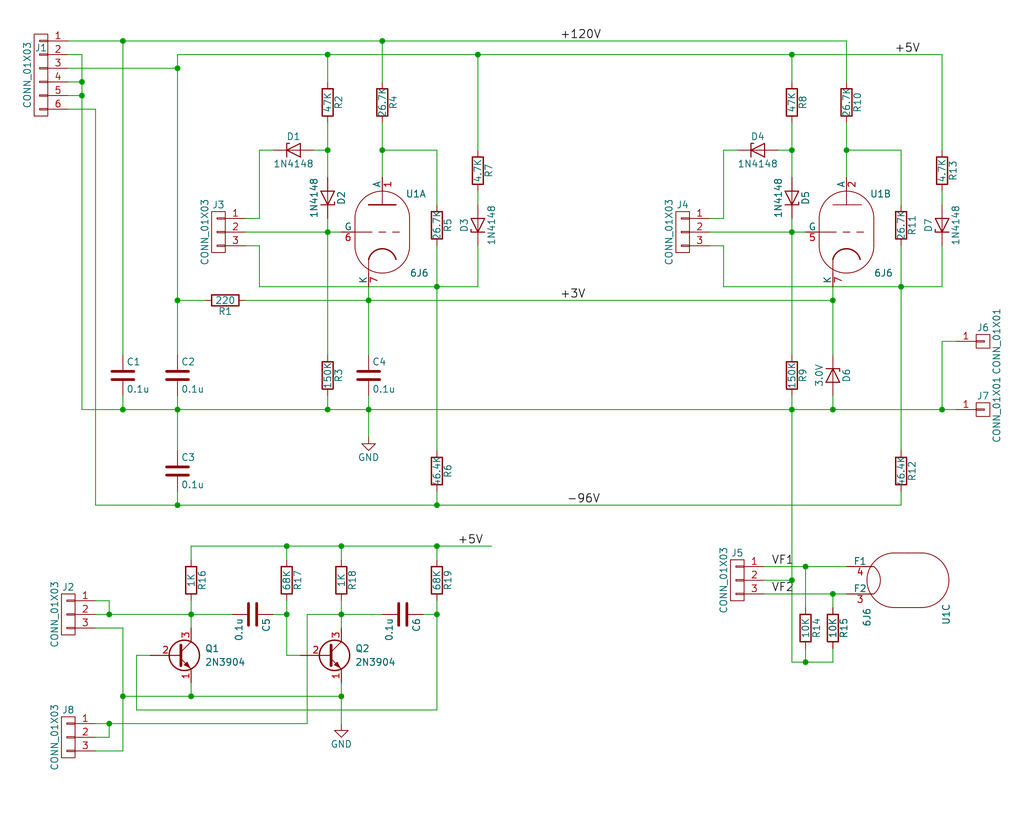
<source format=kicad_sch>
(kicad_sch (version 20230121) (generator eeschema)
  (paper "User" 190.5 152.4)
  (lib_symbols
    (symbol "partlibrary:6J6" (pin_names (offset 0))
      (property "Reference" "U" (at 4.318 7.112 0))
      (property "Value" "6J6" (at 5.08 -7.62 0))
      (symbol "6J6_0_1"
        (arc (start -5.08 -2.54) (mid 0 -7.5979) (end 5.08 -2.54))
        (polyline (pts (xy -5.08 0) (xy -5.08 -2.54)))
        (polyline (pts (xy -5.08 2.54) (xy -5.08 0)))
        (polyline (pts (xy 5.08 2.54) (xy 5.08 -2.54)))
        (arc (start 5.08 2.54) (mid 0 7.5979) (end -5.08 2.54))
      )
      (symbol "6J6_1_0"
        (polyline (pts (xy -2.54 -5.08) (xy -2.54 -7.62)))
        (polyline (pts (xy 0 5.08) (xy 0 7.62)))
      )
      (symbol "6J6_1_1"
        (polyline (pts (xy -5.08 0) (xy -3.175 0)))
        (polyline (pts (xy -1.905 0) (xy -3.175 0)) (stroke (width 0.1524)))
        (polyline (pts (xy -0.635 0) (xy 0.635 0)) (stroke (width 0.1524)))
        (polyline (pts (xy 1.905 0) (xy 3.175 0)) (stroke (width 0.1524)))
        (polyline (pts (xy -2.54 5.08) (xy 2.54 5.08) (xy 2.54 5.08)) (stroke (width 0.254)))
        (arc (start 2.54 -5.08) (mid 0 -3.0968) (end -2.54 -5.08) (stroke (width 0.254)))
        (pin output line (at 0 10.16 270) (length 2.54) (name "A") (number "1"))
        (pin input line (at -7.62 0 0) (length 2.54) (name "G") (number "6"))
        (pin bidirectional line (at -2.54 -10.16 90) (length 2.54) (name "K") (number "7"))
      )
      (symbol "6J6_2_0"
        (polyline (pts (xy -5.08 0) (xy -3.175 0)))
        (polyline (pts (xy -2.54 -5.08) (xy -2.54 -7.62)))
        (polyline (pts (xy -1.905 0) (xy -3.175 0)) (stroke (width 0.1524)))
        (polyline (pts (xy -0.635 0) (xy 0.635 0)) (stroke (width 0.1524)))
        (polyline (pts (xy 0 5.08) (xy 0 7.62)))
        (polyline (pts (xy 1.905 0) (xy 3.175 0)) (stroke (width 0.1524)))
        (polyline (pts (xy 2.794 5.08) (xy -2.54 5.08) (xy -2.54 5.08)) (stroke (width 0.1524)))
      )
      (symbol "6J6_2_1"
        (arc (start 2.54 -5.08) (mid 0 -3.0968) (end -2.54 -5.08) (stroke (width 0.254)))
        (pin output line (at 0 10.16 270) (length 2.54) (name "A") (number "2"))
        (pin input line (at -7.62 0 0) (length 2.54) (name "G") (number "5"))
        (pin bidirectional line (at -2.54 -10.16 90) (length 2.54) (name "K") (number "7"))
      )
      (symbol "6J6_3_1"
        (arc (start 2.54 -6.35) (mid 0 -5.1292) (end -2.54 -6.35))
        (pin power_in line (at 2.54 -11.43 90) (length 5.08) (name "F2") (number "3"))
        (pin power_in line (at -2.54 -11.43 90) (length 5.08) (name "F1") (number "4"))
      )
    )
    (symbol "tester-rescue:C" (pin_numbers hide) (pin_names (offset 0.254))
      (property "Reference" "C" (at 0.635 2.54 0))
      (property "Value" "C" (at 0.635 -2.54 0))
      (symbol "C_0_1"
        (polyline (pts (xy -2.032 -0.762) (xy 2.032 -0.762)) (stroke (width 0.508)))
        (polyline (pts (xy -2.032 0.762) (xy 2.032 0.762)) (stroke (width 0.508)))
      )
      (symbol "C_1_1"
        (pin passive line (at 0 3.81 270) (length 2.794) (name "~") (number "1"))
        (pin passive line (at 0 -3.81 90) (length 2.794) (name "~") (number "2"))
      )
    )
    (symbol "tester-rescue:CONN_01X01" (pin_names (offset 1.016) hide)
      (property "Reference" "J" (at 0 2.54 0))
      (property "Value" "CONN_01X01" (at 2.54 0 90))
      (symbol "CONN_01X01_0_1"
        (rectangle (start -1.27 0.127) (end 0.254 -0.127))
        (rectangle (start -1.27 1.27) (end 1.27 -1.27))
      )
      (symbol "CONN_01X01_1_1"
        (pin passive line (at -5.08 0 0) (length 3.81) (name "P1") (number "1"))
      )
    )
    (symbol "tester-rescue:CONN_01X03" (pin_names (offset 1.016) hide)
      (property "Reference" "J" (at 0 5.08 0))
      (property "Value" "CONN_01X03" (at 2.54 0 90))
      (symbol "CONN_01X03_0_1"
        (rectangle (start -1.27 -2.413) (end 0.254 -2.667))
        (rectangle (start -1.27 0.127) (end 0.254 -0.127))
        (rectangle (start -1.27 2.667) (end 0.254 2.413))
        (rectangle (start -1.27 3.81) (end 1.27 -3.81))
      )
      (symbol "CONN_01X03_1_1"
        (pin passive line (at -5.08 2.54 0) (length 3.81) (name "P1") (number "1"))
        (pin passive line (at -5.08 0 0) (length 3.81) (name "P2") (number "2"))
        (pin passive line (at -5.08 -2.54 0) (length 3.81) (name "P3") (number "3"))
      )
    )
    (symbol "tester-rescue:CONN_01X06" (pin_names (offset 1.016) hide)
      (property "Reference" "J" (at 0 8.89 0))
      (property "Value" "CONN_01X06" (at 2.54 0 90))
      (symbol "CONN_01X06_0_1"
        (rectangle (start -1.27 -6.223) (end 0.254 -6.477))
        (rectangle (start -1.27 -3.683) (end 0.254 -3.937))
        (rectangle (start -1.27 -1.143) (end 0.254 -1.397))
        (rectangle (start -1.27 1.397) (end 0.254 1.143))
        (rectangle (start -1.27 3.937) (end 0.254 3.683))
        (rectangle (start -1.27 6.477) (end 0.254 6.223))
        (rectangle (start -1.27 7.62) (end 1.27 -7.62))
      )
      (symbol "CONN_01X06_1_1"
        (pin passive line (at -5.08 6.35 0) (length 3.81) (name "P1") (number "1"))
        (pin passive line (at -5.08 3.81 0) (length 3.81) (name "P2") (number "2"))
        (pin passive line (at -5.08 1.27 0) (length 3.81) (name "P3") (number "3"))
        (pin passive line (at -5.08 -1.27 0) (length 3.81) (name "P4") (number "4"))
        (pin passive line (at -5.08 -3.81 0) (length 3.81) (name "P5") (number "5"))
        (pin passive line (at -5.08 -6.35 0) (length 3.81) (name "P6") (number "6"))
      )
    )
    (symbol "tester-rescue:D_Zener" (pin_numbers hide) (pin_names (offset 1.016) hide)
      (property "Reference" "D" (at 0 2.54 0))
      (property "Value" "D_Zener" (at 0 -2.54 0))
      (symbol "D_Zener_0_1"
        (polyline (pts (xy 1.27 0) (xy -1.27 0)))
        (polyline (pts (xy -1.27 -1.27) (xy -1.27 1.27) (xy -0.762 1.27)) (stroke (width 0.2032)))
        (polyline (pts (xy 1.27 -1.27) (xy 1.27 1.27) (xy -1.27 0) (xy 1.27 -1.27)) (stroke (width 0.2032)))
      )
      (symbol "D_Zener_1_1"
        (pin passive line (at -3.81 0 0) (length 2.54) (name "K") (number "1"))
        (pin passive line (at 3.81 0 180) (length 2.54) (name "A") (number "2"))
      )
    )
    (symbol "tester-rescue:GND" (power) (pin_names (offset 0))
      (property "Value" "GND" (at 0 -3.81 0))
      (symbol "GND_0_1"
        (polyline (pts (xy 0 0) (xy 0 -1.27) (xy 1.27 -1.27) (xy 0 -2.54) (xy -1.27 -1.27) (xy 0 -1.27)))
      )
      (symbol "GND_1_1"
        (pin power_in line (at 0 0 270) (length 0) hide (name "GND") (number "1"))
      )
    )
    (symbol "tester-rescue:Q_NPN_EBC" (pin_names (offset 0) hide)
      (property "Reference" "Q" (at 5.08 1.27 0))
      (property "Value" "Q_NPN_EBC" (at 5.08 -1.27 0))
      (symbol "Q_NPN_EBC_0_1"
        (polyline (pts (xy 0.635 0.635) (xy 2.54 2.54)))
        (polyline (pts (xy 0.635 -0.635) (xy 2.54 -2.54) (xy 2.54 -2.54)))
        (polyline (pts (xy 0.635 1.905) (xy 0.635 -1.905) (xy 0.635 -1.905)) (stroke (width 0.508)))
        (polyline (pts (xy 1.27 -1.778) (xy 1.778 -1.27) (xy 2.286 -2.286) (xy 1.27 -1.778) (xy 1.27 -1.778)) (fill (type outline)))
        (circle (center 1.27 0) (radius 2.8194) (stroke (width 0.254)))
      )
      (symbol "Q_NPN_EBC_1_1"
        (pin passive line (at 2.54 -5.08 90) (length 2.54) (name "E") (number "1"))
        (pin passive line (at -5.08 0 0) (length 5.715) (name "B") (number "2"))
        (pin passive line (at 2.54 5.08 270) (length 2.54) (name "C") (number "3"))
      )
    )
    (symbol "tester-rescue:R" (pin_numbers hide) (pin_names (offset 0))
      (property "Reference" "R" (at 2.032 0 90))
      (property "Value" "R" (at 0 0 90))
      (symbol "R_0_1"
        (rectangle (start -1.016 -2.54) (end 1.016 2.54) (stroke (width 0.254)))
      )
      (symbol "R_1_1"
        (pin passive line (at 0 3.81 270) (length 1.27) (name "~") (number "1"))
        (pin passive line (at 0 -3.81 90) (length 1.27) (name "~") (number "2"))
      )
    )
  )
  (junction (at 149.86 123.19))
  (junction (at 147.32 76.2))
  (junction (at 22.86 129.54))
  (junction (at 15.24 15.24))
  (junction (at 147.32 10.16))
  (junction (at 154.94 55.88))
  (junction (at 167.64 53.34))
  (junction (at 154.94 76.2))
  (junction (at 22.86 7.62))
  (junction (at 175.26 76.2))
  (junction (at 157.48 27.94))
  (junction (at 35.56 129.54))
  (junction (at 154.94 110.49))
  (junction (at 33.02 55.88))
  (junction (at 60.96 27.94))
  (junction (at 71.12 7.62))
  (junction (at 53.34 101.6))
  (junction (at 68.58 55.88))
  (junction (at 15.24 17.78))
  (junction (at 81.28 101.6))
  (junction (at 53.34 114.3))
  (junction (at 33.02 93.98))
  (junction (at 81.28 53.34))
  (junction (at 149.86 105.41))
  (junction (at 33.02 12.7))
  (junction (at 71.12 27.94))
  (junction (at 147.32 27.94))
  (junction (at 63.5 129.54))
  (junction (at 147.32 107.95))
  (junction (at 81.28 114.3))
  (junction (at 147.32 43.18))
  (junction (at 68.58 76.2))
  (junction (at 63.5 101.6))
  (junction (at 60.96 10.16))
  (junction (at 20.32 134.62))
  (junction (at 60.96 43.18))
  (junction (at 20.32 114.3))
  (junction (at 63.5 114.3))
  (junction (at 88.9 10.16))
  (junction (at 33.02 76.2))
  (junction (at 60.96 76.2))
  (junction (at 22.86 76.2))
  (junction (at 81.28 93.98))
  (junction (at 35.56 114.3))
  (wire (pts (xy 167.64 53.34) (xy 175.26 53.34)))
  (wire (pts (xy 147.32 76.2) (xy 147.32 107.95)))
  (wire (pts (xy 33.02 76.2) (xy 33.02 83.82)))
  (wire (pts (xy 45.72 55.88) (xy 68.58 55.88)))
  (wire (pts (xy 33.02 10.16) (xy 33.02 12.7)))
  (wire (pts (xy 71.12 27.94) (xy 71.12 33.02)))
  (wire (pts (xy 12.7 15.24) (xy 15.24 15.24)))
  (wire (pts (xy 17.78 134.62) (xy 20.32 134.62)))
  (wire (pts (xy 15.24 17.78) (xy 15.24 76.2)))
  (wire (pts (xy 175.26 10.16) (xy 175.26 27.94)))
  (wire (pts (xy 175.26 76.2) (xy 177.8 76.2)))
  (wire (pts (xy 22.86 129.54) (xy 22.86 139.7)))
  (wire (pts (xy 22.86 7.62) (xy 71.12 7.62)))
  (wire (pts (xy 157.48 7.62) (xy 157.48 15.24)))
  (wire (pts (xy 63.5 111.76) (xy 63.5 114.3)))
  (wire (pts (xy 20.32 114.3) (xy 35.56 114.3)))
  (wire (pts (xy 68.58 76.2) (xy 147.32 76.2)))
  (wire (pts (xy 20.32 111.76) (xy 20.32 114.3)))
  (wire (pts (xy 147.32 76.2) (xy 154.94 76.2)))
  (wire (pts (xy 134.62 45.72) (xy 134.62 53.34)))
  (wire (pts (xy 15.24 10.16) (xy 12.7 10.16)))
  (wire (pts (xy 58.42 27.94) (xy 60.96 27.94)))
  (wire (pts (xy 60.96 43.18) (xy 60.96 66.04)))
  (wire (pts (xy 142.24 110.49) (xy 154.94 110.49)))
  (wire (pts (xy 134.62 53.34) (xy 167.64 53.34)))
  (wire (pts (xy 147.32 73.66) (xy 147.32 76.2)))
  (wire (pts (xy 81.28 45.72) (xy 81.28 53.34)))
  (wire (pts (xy 15.24 76.2) (xy 22.86 76.2)))
  (wire (pts (xy 157.48 27.94) (xy 167.64 27.94)))
  (wire (pts (xy 71.12 7.62) (xy 157.48 7.62)))
  (wire (pts (xy 17.78 93.98) (xy 17.78 20.32)))
  (wire (pts (xy 53.34 104.14) (xy 53.34 101.6)))
  (wire (pts (xy 68.58 53.34) (xy 68.58 55.88)))
  (wire (pts (xy 48.26 40.64) (xy 45.72 40.64)))
  (wire (pts (xy 60.96 15.24) (xy 60.96 10.16)))
  (wire (pts (xy 22.86 116.84) (xy 22.86 129.54)))
  (wire (pts (xy 147.32 27.94) (xy 147.32 33.02)))
  (wire (pts (xy 68.58 73.66) (xy 68.58 76.2)))
  (wire (pts (xy 25.4 121.92) (xy 27.94 121.92)))
  (wire (pts (xy 33.02 55.88) (xy 33.02 66.04)))
  (wire (pts (xy 134.62 27.94) (xy 137.16 27.94)))
  (wire (pts (xy 22.86 66.04) (xy 22.86 7.62)))
  (wire (pts (xy 132.08 40.64) (xy 134.62 40.64)))
  (wire (pts (xy 20.32 137.16) (xy 17.78 137.16)))
  (wire (pts (xy 57.15 114.3) (xy 63.5 114.3)))
  (wire (pts (xy 81.28 38.1) (xy 81.28 27.94)))
  (wire (pts (xy 50.8 27.94) (xy 48.26 27.94)))
  (wire (pts (xy 88.9 27.94) (xy 88.9 10.16)))
  (wire (pts (xy 132.08 45.72) (xy 134.62 45.72)))
  (wire (pts (xy 81.28 91.44) (xy 81.28 93.98)))
  (wire (pts (xy 15.24 15.24) (xy 15.24 17.78)))
  (wire (pts (xy 154.94 55.88) (xy 154.94 66.04)))
  (wire (pts (xy 33.02 76.2) (xy 60.96 76.2)))
  (wire (pts (xy 17.78 93.98) (xy 33.02 93.98)))
  (wire (pts (xy 63.5 104.14) (xy 63.5 101.6)))
  (wire (pts (xy 63.5 101.6) (xy 81.28 101.6)))
  (wire (pts (xy 68.58 55.88) (xy 68.58 66.04)))
  (wire (pts (xy 17.78 111.76) (xy 20.32 111.76)))
  (wire (pts (xy 154.94 76.2) (xy 175.26 76.2)))
  (wire (pts (xy 45.72 45.72) (xy 48.26 45.72)))
  (wire (pts (xy 157.48 22.86) (xy 157.48 27.94)))
  (wire (pts (xy 154.94 110.49) (xy 157.48 110.49)))
  (wire (pts (xy 81.28 132.08) (xy 25.4 132.08)))
  (wire (pts (xy 60.96 22.86) (xy 60.96 27.94)))
  (wire (pts (xy 33.02 55.88) (xy 38.1 55.88)))
  (wire (pts (xy 48.26 45.72) (xy 48.26 53.34)))
  (wire (pts (xy 142.24 105.41) (xy 149.86 105.41)))
  (wire (pts (xy 60.96 40.64) (xy 60.96 43.18)))
  (wire (pts (xy 50.8 114.3) (xy 53.34 114.3)))
  (wire (pts (xy 149.86 120.65) (xy 149.86 123.19)))
  (wire (pts (xy 25.4 132.08) (xy 25.4 121.92)))
  (wire (pts (xy 63.5 127) (xy 63.5 129.54)))
  (wire (pts (xy 35.56 101.6) (xy 53.34 101.6)))
  (wire (pts (xy 147.32 123.19) (xy 149.86 123.19)))
  (wire (pts (xy 53.34 101.6) (xy 63.5 101.6)))
  (wire (pts (xy 147.32 10.16) (xy 175.26 10.16)))
  (wire (pts (xy 147.32 40.64) (xy 147.32 43.18)))
  (wire (pts (xy 71.12 22.86) (xy 71.12 27.94)))
  (wire (pts (xy 48.26 27.94) (xy 48.26 40.64)))
  (wire (pts (xy 78.74 114.3) (xy 81.28 114.3)))
  (wire (pts (xy 53.34 111.76) (xy 53.34 114.3)))
  (wire (pts (xy 22.86 76.2) (xy 33.02 76.2)))
  (wire (pts (xy 167.64 45.72) (xy 167.64 53.34)))
  (wire (pts (xy 17.78 114.3) (xy 20.32 114.3)))
  (wire (pts (xy 167.64 27.94) (xy 167.64 38.1)))
  (wire (pts (xy 147.32 107.95) (xy 142.24 107.95)))
  (wire (pts (xy 33.02 73.66) (xy 33.02 76.2)))
  (wire (pts (xy 81.28 114.3) (xy 81.28 132.08)))
  (wire (pts (xy 81.28 53.34) (xy 81.28 83.82)))
  (wire (pts (xy 167.64 53.34) (xy 167.64 83.82)))
  (wire (pts (xy 71.12 7.62) (xy 71.12 15.24)))
  (wire (pts (xy 88.9 35.56) (xy 88.9 38.1)))
  (wire (pts (xy 63.5 114.3) (xy 63.5 116.84)))
  (wire (pts (xy 60.96 76.2) (xy 68.58 76.2)))
  (wire (pts (xy 17.78 116.84) (xy 22.86 116.84)))
  (wire (pts (xy 149.86 123.19) (xy 154.94 123.19)))
  (wire (pts (xy 147.32 107.95) (xy 147.32 123.19)))
  (wire (pts (xy 167.64 93.98) (xy 167.64 91.44)))
  (wire (pts (xy 81.28 27.94) (xy 71.12 27.94)))
  (wire (pts (xy 147.32 22.86) (xy 147.32 27.94)))
  (wire (pts (xy 81.28 101.6) (xy 91.44 101.6)))
  (wire (pts (xy 57.15 134.62) (xy 57.15 114.3)))
  (wire (pts (xy 22.86 139.7) (xy 17.78 139.7)))
  (wire (pts (xy 68.58 76.2) (xy 68.58 81.28)))
  (wire (pts (xy 81.28 101.6) (xy 81.28 104.14)))
  (wire (pts (xy 12.7 12.7) (xy 33.02 12.7)))
  (wire (pts (xy 33.02 91.44) (xy 33.02 93.98)))
  (wire (pts (xy 35.56 114.3) (xy 43.18 114.3)))
  (wire (pts (xy 12.7 7.62) (xy 22.86 7.62)))
  (wire (pts (xy 147.32 43.18) (xy 149.86 43.18)))
  (wire (pts (xy 154.94 113.03) (xy 154.94 110.49)))
  (wire (pts (xy 147.32 10.16) (xy 147.32 15.24)))
  (wire (pts (xy 48.26 53.34) (xy 81.28 53.34)))
  (wire (pts (xy 134.62 40.64) (xy 134.62 27.94)))
  (wire (pts (xy 63.5 129.54) (xy 63.5 134.62)))
  (wire (pts (xy 81.28 53.34) (xy 88.9 53.34)))
  (wire (pts (xy 33.02 10.16) (xy 60.96 10.16)))
  (wire (pts (xy 53.34 121.92) (xy 55.88 121.92)))
  (wire (pts (xy 60.96 27.94) (xy 60.96 33.02)))
  (wire (pts (xy 35.56 111.76) (xy 35.56 114.3)))
  (wire (pts (xy 81.28 93.98) (xy 167.64 93.98)))
  (wire (pts (xy 88.9 10.16) (xy 147.32 10.16)))
  (wire (pts (xy 175.26 35.56) (xy 175.26 38.1)))
  (wire (pts (xy 88.9 53.34) (xy 88.9 45.72)))
  (wire (pts (xy 17.78 20.32) (xy 12.7 20.32)))
  (wire (pts (xy 33.02 93.98) (xy 81.28 93.98)))
  (wire (pts (xy 20.32 134.62) (xy 20.32 137.16)))
  (wire (pts (xy 144.78 27.94) (xy 147.32 27.94)))
  (wire (pts (xy 20.32 134.62) (xy 57.15 134.62)))
  (wire (pts (xy 175.26 63.5) (xy 175.26 76.2)))
  (wire (pts (xy 154.94 53.34) (xy 154.94 55.88)))
  (wire (pts (xy 81.28 111.76) (xy 81.28 114.3)))
  (wire (pts (xy 53.34 114.3) (xy 53.34 121.92)))
  (wire (pts (xy 132.08 43.18) (xy 147.32 43.18)))
  (wire (pts (xy 177.8 63.5) (xy 175.26 63.5)))
  (wire (pts (xy 154.94 76.2) (xy 154.94 73.66)))
  (wire (pts (xy 68.58 55.88) (xy 154.94 55.88)))
  (wire (pts (xy 147.32 43.18) (xy 147.32 66.04)))
  (wire (pts (xy 15.24 10.16) (xy 15.24 15.24)))
  (wire (pts (xy 149.86 113.03) (xy 149.86 105.41)))
  (wire (pts (xy 35.56 114.3) (xy 35.56 116.84)))
  (wire (pts (xy 35.56 129.54) (xy 63.5 129.54)))
  (wire (pts (xy 45.72 43.18) (xy 60.96 43.18)))
  (wire (pts (xy 35.56 127) (xy 35.56 129.54)))
  (wire (pts (xy 157.48 27.94) (xy 157.48 33.02)))
  (wire (pts (xy 60.96 43.18) (xy 63.5 43.18)))
  (wire (pts (xy 12.7 17.78) (xy 15.24 17.78)))
  (wire (pts (xy 154.94 123.19) (xy 154.94 120.65)))
  (wire (pts (xy 175.26 53.34) (xy 175.26 45.72)))
  (wire (pts (xy 35.56 101.6) (xy 35.56 104.14)))
  (wire (pts (xy 22.86 129.54) (xy 35.56 129.54)))
  (wire (pts (xy 60.96 10.16) (xy 88.9 10.16)))
  (wire (pts (xy 33.02 12.7) (xy 33.02 55.88)))
  (wire (pts (xy 149.86 105.41) (xy 157.48 105.41)))
  (wire (pts (xy 63.5 114.3) (xy 71.12 114.3)))
  (wire (pts (xy 60.96 76.2) (xy 60.96 73.66)))
  (wire (pts (xy 22.86 76.2) (xy 22.86 73.66)))
  (label "VF1" (at 143.51 105.41 0) (effects (font (size 1.524 1.524))))
  (label "-96V" (at 105.41 93.98 0) (effects (font (size 1.524 1.524))))
  (label "+5V" (at 166.37 10.16 0) (effects (font (size 1.524 1.524))))
  (label "+3V" (at 104.14 55.88 0) (effects (font (size 1.524 1.524))))
  (label "+120V" (at 104.14 7.62 0) (effects (font (size 1.524 1.524))))
  (label "+5V" (at 85.09 101.6 0) (effects (font (size 1.524 1.524))))
  (label "VF2" (at 143.51 110.49 0) (effects (font (size 1.524 1.524))))
  (symbol (lib_id "partlibrary:6J6") (at 71.12 43.18 0) (unit 1)
    (property "Reference" "U1" (at 75.438 36.068 0) (effects (justify left)))
    (property "Value" "6J6" (at 76.2 50.8 0) (effects (justify left)))
    (property "Footprint" "footlibrary:B7G-0.7dia" (effects hide))
  )
  (symbol (lib_id "tester-rescue:R") (at 71.12 19.05 0) (unit 1)
    (property "Reference" "R4" (at 73.152 19.05 90))
    (property "Value" "26.7K" (at 71.12 19.05 90))
    (property "Footprint" "footlibrary:R_Axial_QtrWatt" (effects hide))
  )
  (symbol (lib_id "tester-rescue:R") (at 60.96 69.85 0) (unit 1)
    (property "Reference" "R3" (at 62.992 69.85 90))
    (property "Value" "150K" (at 60.96 69.85 90))
    (property "Footprint" "footlibrary:R_Axial_QtrWatt" (effects hide))
  )
  (symbol (lib_id "tester-rescue:R") (at 167.64 41.91 0) (unit 1)
    (property "Reference" "R11" (at 169.672 41.91 90))
    (property "Value" "26.7K" (at 167.64 41.91 90))
    (property "Footprint" "footlibrary:R_Axial_QtrWatt" (effects hide))
  )
  (symbol (lib_id "tester-rescue:R") (at 147.32 69.85 0) (unit 1)
    (property "Reference" "R9" (at 149.352 69.85 90))
    (property "Value" "150K" (at 147.32 69.85 90))
    (property "Footprint" "footlibrary:R_Axial_QtrWatt" (effects hide))
  )
  (symbol (lib_id "tester-rescue:R") (at 157.48 19.05 0) (unit 1)
    (property "Reference" "R10" (at 159.512 19.05 90))
    (property "Value" "26.7K" (at 157.48 19.05 90))
    (property "Footprint" "footlibrary:R_Axial_QtrWatt" (effects hide))
  )
  (symbol (lib_id "partlibrary:6J6") (at 157.48 43.18 0) (unit 2)
    (property "Reference" "U1" (at 161.798 36.068 0) (effects (justify left)))
    (property "Value" "6J6" (at 162.56 50.8 0) (effects (justify left)))
    (property "Footprint" "footlibrary:B7G-0.7dia" (effects hide))
  )
  (symbol (lib_id "tester-rescue:R") (at 81.28 41.91 0) (unit 1)
    (property "Reference" "R5" (at 83.312 41.91 90))
    (property "Value" "26.7K" (at 81.28 41.91 90))
    (property "Footprint" "footlibrary:R_Axial_QtrWatt" (effects hide))
  )
  (symbol (lib_id "tester-rescue:R") (at 81.28 87.63 0) (unit 1)
    (property "Reference" "R6" (at 83.312 87.63 90))
    (property "Value" "46.4K" (at 81.28 87.63 90))
    (property "Footprint" "footlibrary:R_Axial_QtrWatt" (effects hide))
  )
  (symbol (lib_id "tester-rescue:R") (at 167.64 87.63 0) (unit 1)
    (property "Reference" "R12" (at 169.672 87.63 90))
    (property "Value" "46.4K" (at 167.64 87.63 90))
    (property "Footprint" "footlibrary:R_Axial_QtrWatt" (effects hide))
  )
  (symbol (lib_id "tester-rescue:R") (at 175.26 31.75 0) (unit 1)
    (property "Reference" "R13" (at 177.292 31.75 90))
    (property "Value" "4.7K" (at 175.26 31.75 90))
    (property "Footprint" "footlibrary:R_Axial_QtrWatt" (effects hide))
  )
  (symbol (lib_id "tester-rescue:R") (at 88.9 31.75 0) (unit 1)
    (property "Reference" "R7" (at 90.932 31.75 90))
    (property "Value" "4.7K" (at 88.9 31.75 90))
    (property "Footprint" "footlibrary:R_Axial_QtrWatt" (effects hide))
  )
  (symbol (lib_id "partlibrary:6J6") (at 168.91 107.95 270) (unit 3)
    (property "Reference" "U1" (at 176.022 112.268 0) (effects (justify left)))
    (property "Value" "6J6" (at 161.29 113.03 0) (effects (justify left)))
    (property "Footprint" "footlibrary:B7G-0.7dia" (effects hide))
  )
  (symbol (lib_id "tester-rescue:GND") (at 68.58 81.28 0) (unit 1)
    (property "Reference" "#PWR2" (effects hide))
    (property "Value" "GND" (at 68.58 85.09 0))
  )
  (symbol (lib_id "tester-rescue:CONN_01X01") (at 182.88 63.5 0) (unit 1)
    (property "Reference" "J6" (at 182.88 60.96 0))
    (property "Value" "CONN_01X01" (at 185.42 63.5 90))
    (property "Footprint" "Pin_Headers:Pin_Header_Straight_1x01_Pitch2.54mm" (effects hide))
  )
  (symbol (lib_id "tester-rescue:CONN_01X01") (at 182.88 76.2 0) (unit 1)
    (property "Reference" "J7" (at 182.88 73.66 0))
    (property "Value" "CONN_01X01" (at 185.42 76.2 90))
    (property "Footprint" "Pin_Headers:Pin_Header_Straight_1x01_Pitch2.54mm" (effects hide))
  )
  (symbol (lib_id "tester-rescue:C") (at 68.58 69.85 0) (unit 1)
    (property "Reference" "C4" (at 69.215 67.31 0) (effects (justify left)))
    (property "Value" "0.1u" (at 69.215 72.39 0) (effects (justify left)))
    (property "Footprint" "footlibrary:C_Axial_0.1uF" (effects hide))
  )
  (symbol (lib_id "tester-rescue:C") (at 22.86 69.85 0) (unit 1)
    (property "Reference" "C1" (at 23.495 67.31 0) (effects (justify left)))
    (property "Value" "0.1u" (at 23.495 72.39 0) (effects (justify left)))
    (property "Footprint" "footlibrary:C_Axial_0.1uF" (effects hide))
  )
  (symbol (lib_id "tester-rescue:C") (at 33.02 87.63 0) (unit 1)
    (property "Reference" "C3" (at 33.655 85.09 0) (effects (justify left)))
    (property "Value" "0.1u" (at 33.655 90.17 0) (effects (justify left)))
    (property "Footprint" "footlibrary:C_Axial_0.1uF" (effects hide))
  )
  (symbol (lib_id "tester-rescue:D_Zener") (at 154.94 69.85 270) (unit 1)
    (property "Reference" "D6" (at 157.48 69.85 0))
    (property "Value" "3.0V" (at 152.4 69.85 0))
    (property "Footprint" "Diodes_THT:D_DO-35_SOD27_P7.62mm_Horizontal" (effects hide))
  )
  (symbol (lib_id "tester-rescue:R") (at 41.91 55.88 270) (unit 1)
    (property "Reference" "R1" (at 41.91 57.912 90))
    (property "Value" "220" (at 41.91 55.88 90))
    (property "Footprint" "footlibrary:R_Axial_QtrWatt" (effects hide))
  )
  (symbol (lib_id "tester-rescue:CONN_01X03") (at 40.64 43.18 0) (mirror y) (unit 1)
    (property "Reference" "J3" (at 40.64 38.1 0))
    (property "Value" "CONN_01X03" (at 38.1 43.18 90))
    (property "Footprint" "Pin_Headers:Pin_Header_Straight_1x03_Pitch2.54mm" (effects hide))
  )
  (symbol (lib_id "tester-rescue:CONN_01X06") (at 7.62 13.97 0) (mirror y) (unit 1)
    (property "Reference" "J1" (at 7.62 8.89 0))
    (property "Value" "CONN_01X03" (at 5.08 13.97 90))
    (property "Footprint" "Pin_Headers:Pin_Header_Straight_1x06_Pitch2.54mm" (effects hide))
  )
  (symbol (lib_id "tester-rescue:CONN_01X03") (at 127 43.18 0) (mirror y) (unit 1)
    (property "Reference" "J4" (at 127 38.1 0))
    (property "Value" "CONN_01X03" (at 124.46 43.18 90))
    (property "Footprint" "Pin_Headers:Pin_Header_Straight_1x03_Pitch2.54mm" (effects hide))
  )
  (symbol (lib_id "tester-rescue:CONN_01X03") (at 137.16 107.95 0) (mirror y) (unit 1)
    (property "Reference" "J5" (at 137.16 102.87 0))
    (property "Value" "CONN_01X03" (at 134.62 107.95 90))
    (property "Footprint" "Pin_Headers:Pin_Header_Straight_1x03_Pitch2.54mm" (effects hide))
  )
  (symbol (lib_id "tester-rescue:C") (at 33.02 69.85 0) (unit 1)
    (property "Reference" "C2" (at 33.655 67.31 0) (effects (justify left)))
    (property "Value" "0.1u" (at 33.655 72.39 0) (effects (justify left)))
    (property "Footprint" "footlibrary:C_Axial_0.1uF" (effects hide))
  )
  (symbol (lib_id "tester-rescue:D_Zener") (at 175.26 41.91 90) (unit 1)
    (property "Reference" "D7" (at 172.72 41.91 0))
    (property "Value" "1N4148" (at 177.8 41.91 0))
    (property "Footprint" "Diodes_THT:D_DO-35_SOD27_P7.62mm_Horizontal" (effects hide))
  )
  (symbol (lib_id "tester-rescue:D_Zener") (at 88.9 41.91 90) (unit 1)
    (property "Reference" "D3" (at 86.36 41.91 0))
    (property "Value" "1N4148" (at 91.44 41.91 0))
    (property "Footprint" "Diodes_THT:D_DO-35_SOD27_P7.62mm_Horizontal" (effects hide))
  )
  (symbol (lib_id "tester-rescue:R") (at 147.32 19.05 0) (unit 1)
    (property "Reference" "R8" (at 149.352 19.05 90))
    (property "Value" "47K" (at 147.32 19.05 90))
    (property "Footprint" "footlibrary:R_Axial_QtrWatt" (effects hide))
  )
  (symbol (lib_id "tester-rescue:R") (at 60.96 19.05 0) (unit 1)
    (property "Reference" "R2" (at 62.992 19.05 90))
    (property "Value" "47K" (at 60.96 19.05 90))
    (property "Footprint" "footlibrary:R_Axial_QtrWatt" (effects hide))
  )
  (symbol (lib_id "tester-rescue:D_Zener") (at 60.96 36.83 270) (mirror x) (unit 1)
    (property "Reference" "D2" (at 63.5 36.83 0))
    (property "Value" "1N4148" (at 58.42 36.83 0))
    (property "Footprint" "Diodes_THT:D_DO-35_SOD27_P7.62mm_Horizontal" (effects hide))
  )
  (symbol (lib_id "tester-rescue:D_Zener") (at 54.61 27.94 0) (unit 1)
    (property "Reference" "D1" (at 54.61 25.4 0))
    (property "Value" "1N4148" (at 54.61 30.48 0))
    (property "Footprint" "Diodes_THT:D_DO-35_SOD27_P7.62mm_Horizontal" (effects hide))
  )
  (symbol (lib_id "tester-rescue:D_Zener") (at 140.97 27.94 0) (unit 1)
    (property "Reference" "D4" (at 140.97 25.4 0))
    (property "Value" "1N4148" (at 140.97 30.48 0))
    (property "Footprint" "Diodes_THT:D_DO-35_SOD27_P7.62mm_Horizontal" (effects hide))
  )
  (symbol (lib_id "tester-rescue:D_Zener") (at 147.32 36.83 270) (mirror x) (unit 1)
    (property "Reference" "D5" (at 149.86 36.83 0))
    (property "Value" "1N4148" (at 144.78 36.83 0))
    (property "Footprint" "Diodes_THT:D_DO-35_SOD27_P7.62mm_Horizontal" (effects hide))
  )
  (symbol (lib_id "tester-rescue:R") (at 149.86 116.84 0) (unit 1)
    (property "Reference" "R14" (at 151.892 116.84 90))
    (property "Value" "10K" (at 149.86 116.84 90))
    (property "Footprint" "footlibrary:R_Axial_QtrWatt" (effects hide))
  )
  (symbol (lib_id "tester-rescue:R") (at 154.94 116.84 0) (unit 1)
    (property "Reference" "R15" (at 156.972 116.84 90))
    (property "Value" "10K" (at 154.94 116.84 90))
    (property "Footprint" "footlibrary:R_Axial_QtrWatt" (effects hide))
  )
  (symbol (lib_id "tester-rescue:Q_NPN_EBC") (at 33.02 121.92 0) (unit 1)
    (property "Reference" "Q1" (at 38.1 120.65 0) (effects (justify left)))
    (property "Value" "2N3904" (at 38.1 123.19 0) (effects (justify left)))
    (property "Footprint" "TO_SOT_Packages_THT:TO-92_Molded_Wide" (effects hide))
  )
  (symbol (lib_id "tester-rescue:Q_NPN_EBC") (at 60.96 121.92 0) (unit 1)
    (property "Reference" "Q2" (at 66.04 120.65 0) (effects (justify left)))
    (property "Value" "2N3904" (at 66.04 123.19 0) (effects (justify left)))
    (property "Footprint" "TO_SOT_Packages_THT:TO-92_Molded_Wide" (effects hide))
  )
  (symbol (lib_id "tester-rescue:R") (at 35.56 107.95 0) (unit 1)
    (property "Reference" "R16" (at 37.592 107.95 90))
    (property "Value" "1K" (at 35.56 107.95 90))
    (property "Footprint" "footlibrary:R_Axial_QtrWatt" (effects hide))
  )
  (symbol (lib_id "tester-rescue:R") (at 53.34 107.95 0) (unit 1)
    (property "Reference" "R17" (at 55.372 107.95 90))
    (property "Value" "68K" (at 53.34 107.95 90))
    (property "Footprint" "footlibrary:R_Axial_QtrWatt" (effects hide))
  )
  (symbol (lib_id "tester-rescue:R") (at 63.5 107.95 0) (unit 1)
    (property "Reference" "R18" (at 65.532 107.95 90))
    (property "Value" "1K" (at 63.5 107.95 90))
    (property "Footprint" "footlibrary:R_Axial_QtrWatt" (effects hide))
  )
  (symbol (lib_id "tester-rescue:R") (at 81.28 107.95 0) (unit 1)
    (property "Reference" "R19" (at 83.312 107.95 90))
    (property "Value" "68K" (at 81.28 107.95 90))
    (property "Footprint" "footlibrary:R_Axial_QtrWatt" (effects hide))
  )
  (symbol (lib_id "tester-rescue:C") (at 46.99 114.3 270) (unit 1)
    (property "Reference" "C5" (at 49.53 114.935 0) (effects (justify left)))
    (property "Value" "0.1u" (at 44.45 114.935 0) (effects (justify left)))
    (property "Footprint" "footlibrary:C_Axial_0.1uF" (effects hide))
  )
  (symbol (lib_id "tester-rescue:C") (at 74.93 114.3 270) (unit 1)
    (property "Reference" "C6" (at 77.47 114.935 0) (effects (justify left)))
    (property "Value" "0.1u" (at 72.39 114.935 0) (effects (justify left)))
    (property "Footprint" "footlibrary:C_Axial_0.1uF" (effects hide))
  )
  (symbol (lib_id "tester-rescue:GND") (at 63.5 134.62 0) (unit 1)
    (property "Reference" "#PWR1" (effects hide))
    (property "Value" "GND" (at 63.5 138.43 0))
  )
  (symbol (lib_id "tester-rescue:CONN_01X03") (at 12.7 114.3 0) (mirror y) (unit 1)
    (property "Reference" "J2" (at 12.7 109.22 0))
    (property "Value" "CONN_01X03" (at 10.16 114.3 90))
    (property "Footprint" "Pin_Headers:Pin_Header_Straight_1x03_Pitch2.54mm" (effects hide))
  )
  (symbol (lib_id "tester-rescue:CONN_01X03") (at 12.7 137.16 0) (mirror y) (unit 1)
    (property "Reference" "J8" (at 12.7 132.08 0))
    (property "Value" "CONN_01X03" (at 10.16 137.16 90))
    (property "Footprint" "Pin_Headers:Pin_Header_Straight_1x03_Pitch2.54mm" (effects hide))
  )
)
</source>
